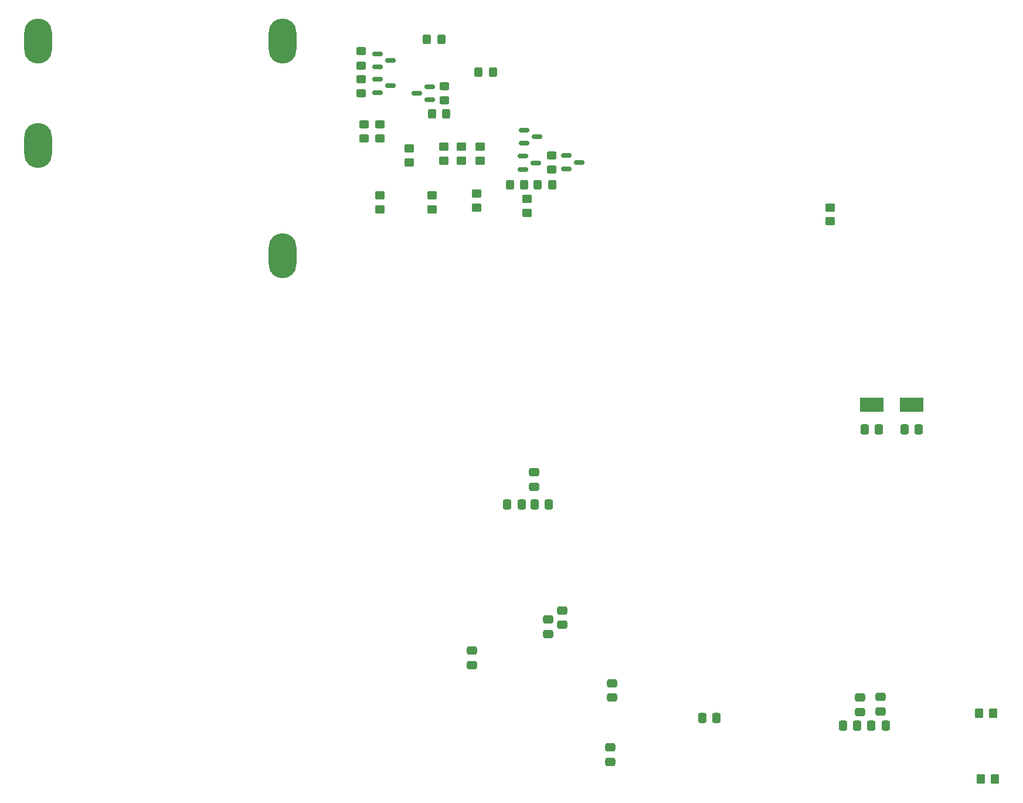
<source format=gbp>
G04 #@! TF.GenerationSoftware,KiCad,Pcbnew,9.0.0*
G04 #@! TF.CreationDate,2025-03-14T23:22:53+09:00*
G04 #@! TF.ProjectId,cv-depot,63762d64-6570-46f7-942e-6b696361645f,rev?*
G04 #@! TF.SameCoordinates,Original*
G04 #@! TF.FileFunction,Paste,Bot*
G04 #@! TF.FilePolarity,Positive*
%FSLAX46Y46*%
G04 Gerber Fmt 4.6, Leading zero omitted, Abs format (unit mm)*
G04 Created by KiCad (PCBNEW 9.0.0) date 2025-03-14 23:22:53*
%MOMM*%
%LPD*%
G01*
G04 APERTURE LIST*
G04 Aperture macros list*
%AMRoundRect*
0 Rectangle with rounded corners*
0 $1 Rounding radius*
0 $2 $3 $4 $5 $6 $7 $8 $9 X,Y pos of 4 corners*
0 Add a 4 corners polygon primitive as box body*
4,1,4,$2,$3,$4,$5,$6,$7,$8,$9,$2,$3,0*
0 Add four circle primitives for the rounded corners*
1,1,$1+$1,$2,$3*
1,1,$1+$1,$4,$5*
1,1,$1+$1,$6,$7*
1,1,$1+$1,$8,$9*
0 Add four rect primitives between the rounded corners*
20,1,$1+$1,$2,$3,$4,$5,0*
20,1,$1+$1,$4,$5,$6,$7,0*
20,1,$1+$1,$6,$7,$8,$9,0*
20,1,$1+$1,$8,$9,$2,$3,0*%
G04 Aperture macros list end*
%ADD10RoundRect,0.250000X-0.475000X0.337500X-0.475000X-0.337500X0.475000X-0.337500X0.475000X0.337500X0*%
%ADD11RoundRect,0.250000X-0.450000X0.350000X-0.450000X-0.350000X0.450000X-0.350000X0.450000X0.350000X0*%
%ADD12RoundRect,0.250000X-0.325000X-0.450000X0.325000X-0.450000X0.325000X0.450000X-0.325000X0.450000X0*%
%ADD13R,3.405000X2.006600*%
%ADD14RoundRect,0.250000X0.337500X0.475000X-0.337500X0.475000X-0.337500X-0.475000X0.337500X-0.475000X0*%
%ADD15RoundRect,0.150000X0.587500X0.150000X-0.587500X0.150000X-0.587500X-0.150000X0.587500X-0.150000X0*%
%ADD16O,4.000000X6.500000*%
%ADD17RoundRect,0.250000X0.475000X-0.337500X0.475000X0.337500X-0.475000X0.337500X-0.475000X-0.337500X0*%
%ADD18RoundRect,0.150000X-0.587500X-0.150000X0.587500X-0.150000X0.587500X0.150000X-0.587500X0.150000X0*%
%ADD19RoundRect,0.250000X0.350000X0.450000X-0.350000X0.450000X-0.350000X-0.450000X0.350000X-0.450000X0*%
%ADD20RoundRect,0.250000X0.325000X0.450000X-0.325000X0.450000X-0.325000X-0.450000X0.325000X-0.450000X0*%
%ADD21RoundRect,0.250000X-0.450000X0.325000X-0.450000X-0.325000X0.450000X-0.325000X0.450000X0.325000X0*%
%ADD22RoundRect,0.250000X0.450000X-0.325000X0.450000X0.325000X-0.450000X0.325000X-0.450000X-0.325000X0*%
%ADD23RoundRect,0.250000X0.450000X-0.350000X0.450000X0.350000X-0.450000X0.350000X-0.450000X-0.350000X0*%
%ADD24RoundRect,0.250000X-0.337500X-0.475000X0.337500X-0.475000X0.337500X0.475000X-0.337500X0.475000X0*%
G04 APERTURE END LIST*
D10*
X100750000Y-134175000D03*
X100750000Y-136250000D03*
D11*
X78950000Y-56750000D03*
X78950000Y-58750000D03*
X71450000Y-57000000D03*
X71450000Y-59000000D03*
D12*
X81450000Y-46000000D03*
X83500000Y-46000000D03*
D10*
X80500000Y-129462500D03*
X80500000Y-131537500D03*
D13*
X144000000Y-94000000D03*
X138207400Y-94000000D03*
D14*
X115812500Y-139190000D03*
X113737500Y-139190000D03*
D15*
X74375000Y-48050000D03*
X74375000Y-49950000D03*
X72500000Y-49000000D03*
D16*
X17850000Y-41520000D03*
D17*
X93500000Y-125750000D03*
X93500000Y-123675000D03*
D10*
X136500000Y-136250000D03*
X136500000Y-138325000D03*
D18*
X94125000Y-59925000D03*
X94125000Y-58025000D03*
X96000000Y-58975000D03*
D14*
X91587500Y-108380000D03*
X89512500Y-108380000D03*
D19*
X155750000Y-138500000D03*
X153750000Y-138500000D03*
D18*
X87875000Y-60000000D03*
X87875000Y-58100000D03*
X89750000Y-59050000D03*
D12*
X90000000Y-62250000D03*
X92050000Y-62250000D03*
D20*
X88025000Y-62250000D03*
X85975000Y-62250000D03*
D16*
X53150000Y-41520000D03*
D21*
X64950000Y-53475000D03*
X64950000Y-55525000D03*
D11*
X81700000Y-56750000D03*
X81700000Y-58750000D03*
D18*
X66875000Y-48900000D03*
X66875000Y-47000000D03*
X68750000Y-47950000D03*
D10*
X139500000Y-136175000D03*
X139500000Y-138250000D03*
D21*
X64500000Y-46975000D03*
X64500000Y-49025000D03*
D10*
X89500000Y-103750000D03*
X89500000Y-105825000D03*
D22*
X67200000Y-55525000D03*
X67200000Y-53475000D03*
D16*
X17850000Y-56520000D03*
D22*
X64500000Y-45000000D03*
X64500000Y-42950000D03*
D23*
X132200000Y-67500000D03*
X132200000Y-65500000D03*
D12*
X74725000Y-52000000D03*
X76775000Y-52000000D03*
D17*
X91500000Y-127075000D03*
X91500000Y-125000000D03*
D20*
X76050000Y-41250000D03*
X74000000Y-41250000D03*
D14*
X140250000Y-140300000D03*
X138175000Y-140300000D03*
D18*
X88000000Y-56250000D03*
X88000000Y-54350000D03*
X89875000Y-55300000D03*
D11*
X76450000Y-56750000D03*
X76450000Y-58750000D03*
D19*
X156000000Y-148000000D03*
X154000000Y-148000000D03*
D14*
X136150000Y-140300000D03*
X134075000Y-140300000D03*
X145037500Y-97500000D03*
X142962500Y-97500000D03*
D11*
X81200000Y-63500000D03*
X81200000Y-65500000D03*
D18*
X66875000Y-45200000D03*
X66875000Y-43300000D03*
X68750000Y-44250000D03*
D14*
X87662500Y-108380000D03*
X85587500Y-108380000D03*
D16*
X53150000Y-72500000D03*
D11*
X88450000Y-64250000D03*
X88450000Y-66250000D03*
D22*
X92000000Y-60000000D03*
X92000000Y-57950000D03*
D24*
X137212500Y-97500000D03*
X139287500Y-97500000D03*
D21*
X76500000Y-47975000D03*
X76500000Y-50025000D03*
D11*
X67200000Y-63750000D03*
X67200000Y-65750000D03*
X74700000Y-63750000D03*
X74700000Y-65750000D03*
D10*
X100500000Y-143425000D03*
X100500000Y-145500000D03*
M02*

</source>
